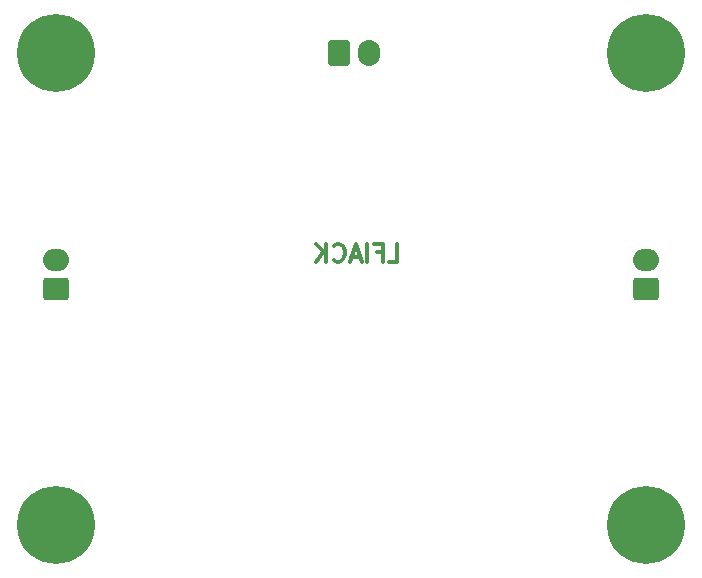
<source format=gbr>
%TF.GenerationSoftware,KiCad,Pcbnew,7.0.10-7.0.10~ubuntu22.04.1*%
%TF.CreationDate,2024-02-29T14:22:19+01:00*%
%TF.ProjectId,tp_micro_tetar_darriet,74705f6d-6963-4726-9f5f-74657461725f,rev?*%
%TF.SameCoordinates,Original*%
%TF.FileFunction,Soldermask,Bot*%
%TF.FilePolarity,Negative*%
%FSLAX46Y46*%
G04 Gerber Fmt 4.6, Leading zero omitted, Abs format (unit mm)*
G04 Created by KiCad (PCBNEW 7.0.10-7.0.10~ubuntu22.04.1) date 2024-02-29 14:22:19*
%MOMM*%
%LPD*%
G01*
G04 APERTURE LIST*
G04 Aperture macros list*
%AMRoundRect*
0 Rectangle with rounded corners*
0 $1 Rounding radius*
0 $2 $3 $4 $5 $6 $7 $8 $9 X,Y pos of 4 corners*
0 Add a 4 corners polygon primitive as box body*
4,1,4,$2,$3,$4,$5,$6,$7,$8,$9,$2,$3,0*
0 Add four circle primitives for the rounded corners*
1,1,$1+$1,$2,$3*
1,1,$1+$1,$4,$5*
1,1,$1+$1,$6,$7*
1,1,$1+$1,$8,$9*
0 Add four rect primitives between the rounded corners*
20,1,$1+$1,$2,$3,$4,$5,0*
20,1,$1+$1,$4,$5,$6,$7,0*
20,1,$1+$1,$6,$7,$8,$9,0*
20,1,$1+$1,$8,$9,$2,$3,0*%
G04 Aperture macros list end*
%ADD10C,0.300000*%
%ADD11C,6.600000*%
%ADD12RoundRect,0.279412X0.820588X-0.670588X0.820588X0.670588X-0.820588X0.670588X-0.820588X-0.670588X0*%
%ADD13O,2.200000X1.900000*%
%ADD14RoundRect,0.279412X-0.670588X-0.820588X0.670588X-0.820588X0.670588X0.820588X-0.670588X0.820588X0*%
%ADD15O,1.900000X2.200000*%
G04 APERTURE END LIST*
D10*
X78178571Y-67678328D02*
X78892857Y-67678328D01*
X78892857Y-67678328D02*
X78892857Y-66178328D01*
X77178571Y-66892614D02*
X77678571Y-66892614D01*
X77678571Y-67678328D02*
X77678571Y-66178328D01*
X77678571Y-66178328D02*
X76964285Y-66178328D01*
X76392857Y-67678328D02*
X76392857Y-66178328D01*
X75749999Y-67249757D02*
X75035714Y-67249757D01*
X75892856Y-67678328D02*
X75392856Y-66178328D01*
X75392856Y-66178328D02*
X74892856Y-67678328D01*
X73535714Y-67535471D02*
X73607142Y-67606900D01*
X73607142Y-67606900D02*
X73821428Y-67678328D01*
X73821428Y-67678328D02*
X73964285Y-67678328D01*
X73964285Y-67678328D02*
X74178571Y-67606900D01*
X74178571Y-67606900D02*
X74321428Y-67464042D01*
X74321428Y-67464042D02*
X74392857Y-67321185D01*
X74392857Y-67321185D02*
X74464285Y-67035471D01*
X74464285Y-67035471D02*
X74464285Y-66821185D01*
X74464285Y-66821185D02*
X74392857Y-66535471D01*
X74392857Y-66535471D02*
X74321428Y-66392614D01*
X74321428Y-66392614D02*
X74178571Y-66249757D01*
X74178571Y-66249757D02*
X73964285Y-66178328D01*
X73964285Y-66178328D02*
X73821428Y-66178328D01*
X73821428Y-66178328D02*
X73607142Y-66249757D01*
X73607142Y-66249757D02*
X73535714Y-66321185D01*
X72892857Y-67678328D02*
X72892857Y-66178328D01*
X72035714Y-67678328D02*
X72678571Y-66821185D01*
X72035714Y-66178328D02*
X72892857Y-67035471D01*
D11*
%TO.C,H2*%
X100000000Y-50000000D03*
%TD*%
D12*
%TO.C,J2*%
X50000000Y-70000000D03*
D13*
X50000000Y-67500000D03*
%TD*%
D11*
%TO.C,H1*%
X50000000Y-50000000D03*
%TD*%
D12*
%TO.C,J4*%
X100000000Y-70000000D03*
D13*
X100000000Y-67500000D03*
%TD*%
D11*
%TO.C,H4*%
X100000000Y-90000000D03*
%TD*%
%TO.C,H3*%
X50000000Y-90000000D03*
%TD*%
D14*
%TO.C,J3*%
X74000000Y-50000000D03*
D15*
X76500000Y-50000000D03*
%TD*%
M02*

</source>
